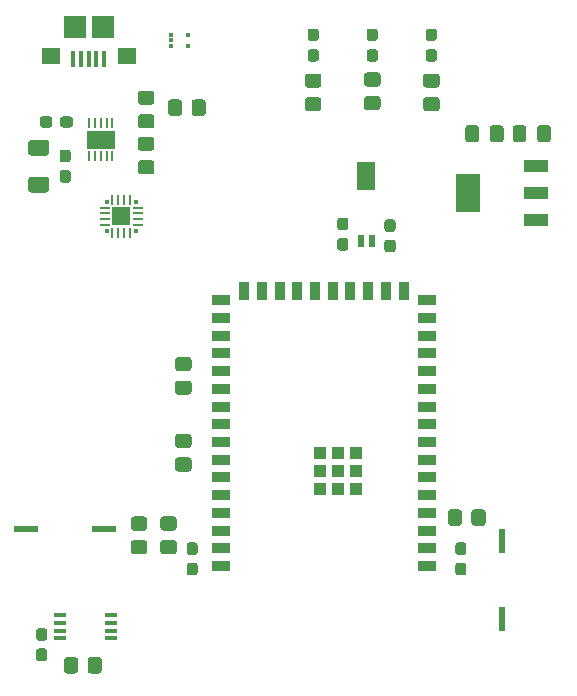
<source format=gtp>
G04 #@! TF.GenerationSoftware,KiCad,Pcbnew,(5.1.10)-1*
G04 #@! TF.CreationDate,2022-03-14T11:30:17-04:00*
G04 #@! TF.ProjectId,overhead,6f766572-6865-4616-942e-6b696361645f,rev?*
G04 #@! TF.SameCoordinates,Original*
G04 #@! TF.FileFunction,Paste,Top*
G04 #@! TF.FilePolarity,Positive*
%FSLAX46Y46*%
G04 Gerber Fmt 4.6, Leading zero omitted, Abs format (unit mm)*
G04 Created by KiCad (PCBNEW (5.1.10)-1) date 2022-03-14 11:30:17*
%MOMM*%
%LPD*%
G01*
G04 APERTURE LIST*
%ADD10R,1.900000X1.900000*%
%ADD11R,1.600000X1.400000*%
%ADD12R,0.400000X1.350000*%
%ADD13R,0.450000X0.300000*%
%ADD14R,1.500000X2.400000*%
%ADD15R,0.600000X1.100000*%
%ADD16R,1.100000X0.400000*%
%ADD17R,2.150000X3.250000*%
%ADD18R,2.150000X1.000000*%
%ADD19R,2.389200X1.601800*%
%ADD20R,0.254000X0.863600*%
%ADD21R,2.108200X0.558800*%
%ADD22R,0.558800X2.108200*%
%ADD23R,1.000000X1.000000*%
%ADD24R,0.900000X1.500000*%
%ADD25R,1.500000X0.900000*%
%ADD26R,1.501800X1.501800*%
%ADD27R,0.812800X0.254000*%
%ADD28R,0.355600X0.355600*%
%ADD29R,0.254000X0.812800*%
G04 APERTURE END LIST*
D10*
X60800000Y-51500000D03*
X63200000Y-51500000D03*
D11*
X58800000Y-53950000D03*
X65200000Y-53950000D03*
D12*
X60700000Y-54175000D03*
X61350000Y-54175000D03*
X62000000Y-54175000D03*
X62650000Y-54175000D03*
X63300000Y-54175000D03*
D13*
X70400000Y-53100000D03*
X69000000Y-52600000D03*
X70400000Y-52100000D03*
X69000000Y-53100000D03*
X69000000Y-52100000D03*
D14*
X85500000Y-64050000D03*
D15*
X85950000Y-69600000D03*
X85050000Y-69600000D03*
D16*
X63900000Y-101275000D03*
X63900000Y-101925000D03*
X63900000Y-102575000D03*
X63900000Y-103225000D03*
X59600000Y-103225000D03*
X59600000Y-102575000D03*
X59600000Y-101925000D03*
X59600000Y-101275000D03*
D17*
X94100000Y-65500000D03*
D18*
X99900000Y-63200000D03*
X99900000Y-65500000D03*
X99900000Y-67800000D03*
G36*
G01*
X61100000Y-105049999D02*
X61100000Y-105950001D01*
G75*
G02*
X60850001Y-106200000I-249999J0D01*
G01*
X60149999Y-106200000D01*
G75*
G02*
X59900000Y-105950001I0J249999D01*
G01*
X59900000Y-105049999D01*
G75*
G02*
X60149999Y-104800000I249999J0D01*
G01*
X60850001Y-104800000D01*
G75*
G02*
X61100000Y-105049999I0J-249999D01*
G01*
G37*
G36*
G01*
X63100000Y-105049999D02*
X63100000Y-105950001D01*
G75*
G02*
X62850001Y-106200000I-249999J0D01*
G01*
X62149999Y-106200000D01*
G75*
G02*
X61900000Y-105950001I0J249999D01*
G01*
X61900000Y-105049999D01*
G75*
G02*
X62149999Y-104800000I249999J0D01*
G01*
X62850001Y-104800000D01*
G75*
G02*
X63100000Y-105049999I0J-249999D01*
G01*
G37*
G36*
G01*
X57099999Y-64150000D02*
X58400001Y-64150000D01*
G75*
G02*
X58650000Y-64399999I0J-249999D01*
G01*
X58650000Y-65225001D01*
G75*
G02*
X58400001Y-65475000I-249999J0D01*
G01*
X57099999Y-65475000D01*
G75*
G02*
X56850000Y-65225001I0J249999D01*
G01*
X56850000Y-64399999D01*
G75*
G02*
X57099999Y-64150000I249999J0D01*
G01*
G37*
G36*
G01*
X57099999Y-61025000D02*
X58400001Y-61025000D01*
G75*
G02*
X58650000Y-61274999I0J-249999D01*
G01*
X58650000Y-62100001D01*
G75*
G02*
X58400001Y-62350000I-249999J0D01*
G01*
X57099999Y-62350000D01*
G75*
G02*
X56850000Y-62100001I0J249999D01*
G01*
X56850000Y-61274999D01*
G75*
G02*
X57099999Y-61025000I249999J0D01*
G01*
G37*
G36*
G01*
X99950000Y-60975000D02*
X99950000Y-60025000D01*
G75*
G02*
X100200000Y-59775000I250000J0D01*
G01*
X100875000Y-59775000D01*
G75*
G02*
X101125000Y-60025000I0J-250000D01*
G01*
X101125000Y-60975000D01*
G75*
G02*
X100875000Y-61225000I-250000J0D01*
G01*
X100200000Y-61225000D01*
G75*
G02*
X99950000Y-60975000I0J250000D01*
G01*
G37*
G36*
G01*
X97875000Y-60975000D02*
X97875000Y-60025000D01*
G75*
G02*
X98125000Y-59775000I250000J0D01*
G01*
X98800000Y-59775000D01*
G75*
G02*
X99050000Y-60025000I0J-250000D01*
G01*
X99050000Y-60975000D01*
G75*
G02*
X98800000Y-61225000I-250000J0D01*
G01*
X98125000Y-61225000D01*
G75*
G02*
X97875000Y-60975000I0J250000D01*
G01*
G37*
G36*
G01*
X95950000Y-60975000D02*
X95950000Y-60025000D01*
G75*
G02*
X96200000Y-59775000I250000J0D01*
G01*
X96875000Y-59775000D01*
G75*
G02*
X97125000Y-60025000I0J-250000D01*
G01*
X97125000Y-60975000D01*
G75*
G02*
X96875000Y-61225000I-250000J0D01*
G01*
X96200000Y-61225000D01*
G75*
G02*
X95950000Y-60975000I0J250000D01*
G01*
G37*
G36*
G01*
X93875000Y-60975000D02*
X93875000Y-60025000D01*
G75*
G02*
X94125000Y-59775000I250000J0D01*
G01*
X94800000Y-59775000D01*
G75*
G02*
X95050000Y-60025000I0J-250000D01*
G01*
X95050000Y-60975000D01*
G75*
G02*
X94800000Y-61225000I-250000J0D01*
G01*
X94125000Y-61225000D01*
G75*
G02*
X93875000Y-60975000I0J250000D01*
G01*
G37*
G36*
G01*
X57762500Y-104075000D02*
X58237500Y-104075000D01*
G75*
G02*
X58475000Y-104312500I0J-237500D01*
G01*
X58475000Y-104912500D01*
G75*
G02*
X58237500Y-105150000I-237500J0D01*
G01*
X57762500Y-105150000D01*
G75*
G02*
X57525000Y-104912500I0J237500D01*
G01*
X57525000Y-104312500D01*
G75*
G02*
X57762500Y-104075000I237500J0D01*
G01*
G37*
G36*
G01*
X57762500Y-102350000D02*
X58237500Y-102350000D01*
G75*
G02*
X58475000Y-102587500I0J-237500D01*
G01*
X58475000Y-103187500D01*
G75*
G02*
X58237500Y-103425000I-237500J0D01*
G01*
X57762500Y-103425000D01*
G75*
G02*
X57525000Y-103187500I0J237500D01*
G01*
X57525000Y-102587500D01*
G75*
G02*
X57762500Y-102350000I237500J0D01*
G01*
G37*
D19*
X63000000Y-61000000D03*
D20*
X61999999Y-59577600D03*
X62500001Y-59577600D03*
X63000000Y-59577600D03*
X63499999Y-59577600D03*
X64000001Y-59577600D03*
X64000001Y-62422400D03*
X63499999Y-62422400D03*
X63000000Y-62422400D03*
X62500001Y-62422400D03*
X61999999Y-62422400D03*
D21*
X56699300Y-94000000D03*
X63300700Y-94000000D03*
D22*
X97000000Y-94949300D03*
X97000000Y-101550700D03*
D23*
X81590000Y-90550000D03*
X83090000Y-90550000D03*
X84590000Y-90550000D03*
X81590000Y-87550000D03*
X83090000Y-87550000D03*
X84590000Y-87550000D03*
X81590000Y-89050000D03*
X84590000Y-89050000D03*
D24*
X75150000Y-73850000D03*
X76650000Y-73850000D03*
X78150000Y-73850000D03*
X79650000Y-73850000D03*
X81150000Y-73850000D03*
X82650000Y-73850000D03*
X84150000Y-73850000D03*
X85650000Y-73850000D03*
X87150000Y-73850000D03*
X88650000Y-73850000D03*
D25*
X73150000Y-74600000D03*
X73150000Y-76100000D03*
X73150000Y-77600000D03*
X73150000Y-79100000D03*
X73150000Y-80600000D03*
X73150000Y-82100000D03*
X73150000Y-83600000D03*
X73150000Y-85100000D03*
X73150000Y-86600000D03*
X73150000Y-88100000D03*
X73150000Y-89600000D03*
X73150000Y-91100000D03*
X73150000Y-92600000D03*
X73150000Y-94100000D03*
X73150000Y-95600000D03*
X73150000Y-97100000D03*
X90650000Y-74600000D03*
X90650000Y-76100000D03*
X90650000Y-77600000D03*
X90650000Y-79100000D03*
X90650000Y-80600000D03*
X90650000Y-82100000D03*
X90650000Y-83600000D03*
X90650000Y-85100000D03*
X90650000Y-86600000D03*
X90650000Y-88100000D03*
X90650000Y-89600000D03*
X90650000Y-91100000D03*
X90650000Y-92600000D03*
X90650000Y-94100000D03*
X90650000Y-95600000D03*
X90650000Y-97100000D03*
D23*
X83090000Y-89050000D03*
D26*
X64750000Y-67500000D03*
D27*
X63353000Y-68250001D03*
X63353000Y-67750000D03*
X63353000Y-67250000D03*
X63353000Y-66749999D03*
D28*
X63499050Y-66249050D03*
D29*
X63999999Y-66103000D03*
X64500000Y-66103000D03*
X65000000Y-66103000D03*
X65500001Y-66103000D03*
D28*
X66000950Y-66249050D03*
D27*
X66147000Y-66749999D03*
X66147000Y-67250000D03*
X66147000Y-67750000D03*
X66147000Y-68250001D03*
D28*
X66000950Y-68750950D03*
D29*
X65500001Y-68897000D03*
X65000000Y-68897000D03*
X64500000Y-68897000D03*
X63999999Y-68897000D03*
D28*
X63499050Y-68750950D03*
G36*
G01*
X70450001Y-87100000D02*
X69549999Y-87100000D01*
G75*
G02*
X69300000Y-86850001I0J249999D01*
G01*
X69300000Y-86149999D01*
G75*
G02*
X69549999Y-85900000I249999J0D01*
G01*
X70450001Y-85900000D01*
G75*
G02*
X70700000Y-86149999I0J-249999D01*
G01*
X70700000Y-86850001D01*
G75*
G02*
X70450001Y-87100000I-249999J0D01*
G01*
G37*
G36*
G01*
X70450001Y-89100000D02*
X69549999Y-89100000D01*
G75*
G02*
X69300000Y-88850001I0J249999D01*
G01*
X69300000Y-88149999D01*
G75*
G02*
X69549999Y-87900000I249999J0D01*
G01*
X70450001Y-87900000D01*
G75*
G02*
X70700000Y-88149999I0J-249999D01*
G01*
X70700000Y-88850001D01*
G75*
G02*
X70450001Y-89100000I-249999J0D01*
G01*
G37*
G36*
G01*
X70450001Y-80600000D02*
X69549999Y-80600000D01*
G75*
G02*
X69300000Y-80350001I0J249999D01*
G01*
X69300000Y-79649999D01*
G75*
G02*
X69549999Y-79400000I249999J0D01*
G01*
X70450001Y-79400000D01*
G75*
G02*
X70700000Y-79649999I0J-249999D01*
G01*
X70700000Y-80350001D01*
G75*
G02*
X70450001Y-80600000I-249999J0D01*
G01*
G37*
G36*
G01*
X70450001Y-82600000D02*
X69549999Y-82600000D01*
G75*
G02*
X69300000Y-82350001I0J249999D01*
G01*
X69300000Y-81649999D01*
G75*
G02*
X69549999Y-81400000I249999J0D01*
G01*
X70450001Y-81400000D01*
G75*
G02*
X70700000Y-81649999I0J-249999D01*
G01*
X70700000Y-82350001D01*
G75*
G02*
X70450001Y-82600000I-249999J0D01*
G01*
G37*
G36*
G01*
X94400000Y-93450001D02*
X94400000Y-92549999D01*
G75*
G02*
X94649999Y-92300000I249999J0D01*
G01*
X95350001Y-92300000D01*
G75*
G02*
X95600000Y-92549999I0J-249999D01*
G01*
X95600000Y-93450001D01*
G75*
G02*
X95350001Y-93700000I-249999J0D01*
G01*
X94649999Y-93700000D01*
G75*
G02*
X94400000Y-93450001I0J249999D01*
G01*
G37*
G36*
G01*
X92400000Y-93450001D02*
X92400000Y-92549999D01*
G75*
G02*
X92649999Y-92300000I249999J0D01*
G01*
X93350001Y-92300000D01*
G75*
G02*
X93600000Y-92549999I0J-249999D01*
G01*
X93600000Y-93450001D01*
G75*
G02*
X93350001Y-93700000I-249999J0D01*
G01*
X92649999Y-93700000D01*
G75*
G02*
X92400000Y-93450001I0J249999D01*
G01*
G37*
G36*
G01*
X66399999Y-62750000D02*
X67300001Y-62750000D01*
G75*
G02*
X67550000Y-62999999I0J-249999D01*
G01*
X67550000Y-63700001D01*
G75*
G02*
X67300001Y-63950000I-249999J0D01*
G01*
X66399999Y-63950000D01*
G75*
G02*
X66150000Y-63700001I0J249999D01*
G01*
X66150000Y-62999999D01*
G75*
G02*
X66399999Y-62750000I249999J0D01*
G01*
G37*
G36*
G01*
X66399999Y-60750000D02*
X67300001Y-60750000D01*
G75*
G02*
X67550000Y-60999999I0J-249999D01*
G01*
X67550000Y-61700001D01*
G75*
G02*
X67300001Y-61950000I-249999J0D01*
G01*
X66399999Y-61950000D01*
G75*
G02*
X66150000Y-61700001I0J249999D01*
G01*
X66150000Y-60999999D01*
G75*
G02*
X66399999Y-60750000I249999J0D01*
G01*
G37*
G36*
G01*
X66399999Y-58850000D02*
X67300001Y-58850000D01*
G75*
G02*
X67550000Y-59099999I0J-249999D01*
G01*
X67550000Y-59800001D01*
G75*
G02*
X67300001Y-60050000I-249999J0D01*
G01*
X66399999Y-60050000D01*
G75*
G02*
X66150000Y-59800001I0J249999D01*
G01*
X66150000Y-59099999D01*
G75*
G02*
X66399999Y-58850000I249999J0D01*
G01*
G37*
G36*
G01*
X66399999Y-56850000D02*
X67300001Y-56850000D01*
G75*
G02*
X67550000Y-57099999I0J-249999D01*
G01*
X67550000Y-57800001D01*
G75*
G02*
X67300001Y-58050000I-249999J0D01*
G01*
X66399999Y-58050000D01*
G75*
G02*
X66150000Y-57800001I0J249999D01*
G01*
X66150000Y-57099999D01*
G75*
G02*
X66399999Y-56850000I249999J0D01*
G01*
G37*
G36*
G01*
X69900000Y-57849999D02*
X69900000Y-58750001D01*
G75*
G02*
X69650001Y-59000000I-249999J0D01*
G01*
X68949999Y-59000000D01*
G75*
G02*
X68700000Y-58750001I0J249999D01*
G01*
X68700000Y-57849999D01*
G75*
G02*
X68949999Y-57600000I249999J0D01*
G01*
X69650001Y-57600000D01*
G75*
G02*
X69900000Y-57849999I0J-249999D01*
G01*
G37*
G36*
G01*
X71900000Y-57849999D02*
X71900000Y-58750001D01*
G75*
G02*
X71650001Y-59000000I-249999J0D01*
G01*
X70949999Y-59000000D01*
G75*
G02*
X70700000Y-58750001I0J249999D01*
G01*
X70700000Y-57849999D01*
G75*
G02*
X70949999Y-57600000I249999J0D01*
G01*
X71650001Y-57600000D01*
G75*
G02*
X71900000Y-57849999I0J-249999D01*
G01*
G37*
G36*
G01*
X81450001Y-56600000D02*
X80549999Y-56600000D01*
G75*
G02*
X80300000Y-56350001I0J249999D01*
G01*
X80300000Y-55649999D01*
G75*
G02*
X80549999Y-55400000I249999J0D01*
G01*
X81450001Y-55400000D01*
G75*
G02*
X81700000Y-55649999I0J-249999D01*
G01*
X81700000Y-56350001D01*
G75*
G02*
X81450001Y-56600000I-249999J0D01*
G01*
G37*
G36*
G01*
X81450001Y-58600000D02*
X80549999Y-58600000D01*
G75*
G02*
X80300000Y-58350001I0J249999D01*
G01*
X80300000Y-57649999D01*
G75*
G02*
X80549999Y-57400000I249999J0D01*
G01*
X81450001Y-57400000D01*
G75*
G02*
X81700000Y-57649999I0J-249999D01*
G01*
X81700000Y-58350001D01*
G75*
G02*
X81450001Y-58600000I-249999J0D01*
G01*
G37*
G36*
G01*
X86450001Y-56512500D02*
X85549999Y-56512500D01*
G75*
G02*
X85300000Y-56262501I0J249999D01*
G01*
X85300000Y-55562499D01*
G75*
G02*
X85549999Y-55312500I249999J0D01*
G01*
X86450001Y-55312500D01*
G75*
G02*
X86700000Y-55562499I0J-249999D01*
G01*
X86700000Y-56262501D01*
G75*
G02*
X86450001Y-56512500I-249999J0D01*
G01*
G37*
G36*
G01*
X86450001Y-58512500D02*
X85549999Y-58512500D01*
G75*
G02*
X85300000Y-58262501I0J249999D01*
G01*
X85300000Y-57562499D01*
G75*
G02*
X85549999Y-57312500I249999J0D01*
G01*
X86450001Y-57312500D01*
G75*
G02*
X86700000Y-57562499I0J-249999D01*
G01*
X86700000Y-58262501D01*
G75*
G02*
X86450001Y-58512500I-249999J0D01*
G01*
G37*
G36*
G01*
X91450001Y-56600000D02*
X90549999Y-56600000D01*
G75*
G02*
X90300000Y-56350001I0J249999D01*
G01*
X90300000Y-55649999D01*
G75*
G02*
X90549999Y-55400000I249999J0D01*
G01*
X91450001Y-55400000D01*
G75*
G02*
X91700000Y-55649999I0J-249999D01*
G01*
X91700000Y-56350001D01*
G75*
G02*
X91450001Y-56600000I-249999J0D01*
G01*
G37*
G36*
G01*
X91450001Y-58600000D02*
X90549999Y-58600000D01*
G75*
G02*
X90300000Y-58350001I0J249999D01*
G01*
X90300000Y-57649999D01*
G75*
G02*
X90549999Y-57400000I249999J0D01*
G01*
X91450001Y-57400000D01*
G75*
G02*
X91700000Y-57649999I0J-249999D01*
G01*
X91700000Y-58350001D01*
G75*
G02*
X91450001Y-58600000I-249999J0D01*
G01*
G37*
G36*
G01*
X68299999Y-94900000D02*
X69200001Y-94900000D01*
G75*
G02*
X69450000Y-95149999I0J-249999D01*
G01*
X69450000Y-95850001D01*
G75*
G02*
X69200001Y-96100000I-249999J0D01*
G01*
X68299999Y-96100000D01*
G75*
G02*
X68050000Y-95850001I0J249999D01*
G01*
X68050000Y-95149999D01*
G75*
G02*
X68299999Y-94900000I249999J0D01*
G01*
G37*
G36*
G01*
X68299999Y-92900000D02*
X69200001Y-92900000D01*
G75*
G02*
X69450000Y-93149999I0J-249999D01*
G01*
X69450000Y-93850001D01*
G75*
G02*
X69200001Y-94100000I-249999J0D01*
G01*
X68299999Y-94100000D01*
G75*
G02*
X68050000Y-93850001I0J249999D01*
G01*
X68050000Y-93149999D01*
G75*
G02*
X68299999Y-92900000I249999J0D01*
G01*
G37*
G36*
G01*
X65799999Y-94900000D02*
X66700001Y-94900000D01*
G75*
G02*
X66950000Y-95149999I0J-249999D01*
G01*
X66950000Y-95850001D01*
G75*
G02*
X66700001Y-96100000I-249999J0D01*
G01*
X65799999Y-96100000D01*
G75*
G02*
X65550000Y-95850001I0J249999D01*
G01*
X65550000Y-95149999D01*
G75*
G02*
X65799999Y-94900000I249999J0D01*
G01*
G37*
G36*
G01*
X65799999Y-92900000D02*
X66700001Y-92900000D01*
G75*
G02*
X66950000Y-93149999I0J-249999D01*
G01*
X66950000Y-93850001D01*
G75*
G02*
X66700001Y-94100000I-249999J0D01*
G01*
X65799999Y-94100000D01*
G75*
G02*
X65550000Y-93850001I0J249999D01*
G01*
X65550000Y-93149999D01*
G75*
G02*
X65799999Y-92900000I249999J0D01*
G01*
G37*
G36*
G01*
X80762500Y-53350000D02*
X81237500Y-53350000D01*
G75*
G02*
X81475000Y-53587500I0J-237500D01*
G01*
X81475000Y-54162500D01*
G75*
G02*
X81237500Y-54400000I-237500J0D01*
G01*
X80762500Y-54400000D01*
G75*
G02*
X80525000Y-54162500I0J237500D01*
G01*
X80525000Y-53587500D01*
G75*
G02*
X80762500Y-53350000I237500J0D01*
G01*
G37*
G36*
G01*
X80762500Y-51600000D02*
X81237500Y-51600000D01*
G75*
G02*
X81475000Y-51837500I0J-237500D01*
G01*
X81475000Y-52412500D01*
G75*
G02*
X81237500Y-52650000I-237500J0D01*
G01*
X80762500Y-52650000D01*
G75*
G02*
X80525000Y-52412500I0J237500D01*
G01*
X80525000Y-51837500D01*
G75*
G02*
X80762500Y-51600000I237500J0D01*
G01*
G37*
G36*
G01*
X85762500Y-53350000D02*
X86237500Y-53350000D01*
G75*
G02*
X86475000Y-53587500I0J-237500D01*
G01*
X86475000Y-54162500D01*
G75*
G02*
X86237500Y-54400000I-237500J0D01*
G01*
X85762500Y-54400000D01*
G75*
G02*
X85525000Y-54162500I0J237500D01*
G01*
X85525000Y-53587500D01*
G75*
G02*
X85762500Y-53350000I237500J0D01*
G01*
G37*
G36*
G01*
X85762500Y-51600000D02*
X86237500Y-51600000D01*
G75*
G02*
X86475000Y-51837500I0J-237500D01*
G01*
X86475000Y-52412500D01*
G75*
G02*
X86237500Y-52650000I-237500J0D01*
G01*
X85762500Y-52650000D01*
G75*
G02*
X85525000Y-52412500I0J237500D01*
G01*
X85525000Y-51837500D01*
G75*
G02*
X85762500Y-51600000I237500J0D01*
G01*
G37*
G36*
G01*
X90762500Y-53350000D02*
X91237500Y-53350000D01*
G75*
G02*
X91475000Y-53587500I0J-237500D01*
G01*
X91475000Y-54162500D01*
G75*
G02*
X91237500Y-54400000I-237500J0D01*
G01*
X90762500Y-54400000D01*
G75*
G02*
X90525000Y-54162500I0J237500D01*
G01*
X90525000Y-53587500D01*
G75*
G02*
X90762500Y-53350000I237500J0D01*
G01*
G37*
G36*
G01*
X90762500Y-51600000D02*
X91237500Y-51600000D01*
G75*
G02*
X91475000Y-51837500I0J-237500D01*
G01*
X91475000Y-52412500D01*
G75*
G02*
X91237500Y-52650000I-237500J0D01*
G01*
X90762500Y-52650000D01*
G75*
G02*
X90525000Y-52412500I0J237500D01*
G01*
X90525000Y-51837500D01*
G75*
G02*
X90762500Y-51600000I237500J0D01*
G01*
G37*
G36*
G01*
X59762500Y-63575000D02*
X60237500Y-63575000D01*
G75*
G02*
X60475000Y-63812500I0J-237500D01*
G01*
X60475000Y-64412500D01*
G75*
G02*
X60237500Y-64650000I-237500J0D01*
G01*
X59762500Y-64650000D01*
G75*
G02*
X59525000Y-64412500I0J237500D01*
G01*
X59525000Y-63812500D01*
G75*
G02*
X59762500Y-63575000I237500J0D01*
G01*
G37*
G36*
G01*
X59762500Y-61850000D02*
X60237500Y-61850000D01*
G75*
G02*
X60475000Y-62087500I0J-237500D01*
G01*
X60475000Y-62687500D01*
G75*
G02*
X60237500Y-62925000I-237500J0D01*
G01*
X59762500Y-62925000D01*
G75*
G02*
X59525000Y-62687500I0J237500D01*
G01*
X59525000Y-62087500D01*
G75*
G02*
X59762500Y-61850000I237500J0D01*
G01*
G37*
G36*
G01*
X58925000Y-59262500D02*
X58925000Y-59737500D01*
G75*
G02*
X58687500Y-59975000I-237500J0D01*
G01*
X58087500Y-59975000D01*
G75*
G02*
X57850000Y-59737500I0J237500D01*
G01*
X57850000Y-59262500D01*
G75*
G02*
X58087500Y-59025000I237500J0D01*
G01*
X58687500Y-59025000D01*
G75*
G02*
X58925000Y-59262500I0J-237500D01*
G01*
G37*
G36*
G01*
X60650000Y-59262500D02*
X60650000Y-59737500D01*
G75*
G02*
X60412500Y-59975000I-237500J0D01*
G01*
X59812500Y-59975000D01*
G75*
G02*
X59575000Y-59737500I0J237500D01*
G01*
X59575000Y-59262500D01*
G75*
G02*
X59812500Y-59025000I237500J0D01*
G01*
X60412500Y-59025000D01*
G75*
G02*
X60650000Y-59262500I0J-237500D01*
G01*
G37*
G36*
G01*
X93737500Y-96175000D02*
X93262500Y-96175000D01*
G75*
G02*
X93025000Y-95937500I0J237500D01*
G01*
X93025000Y-95337500D01*
G75*
G02*
X93262500Y-95100000I237500J0D01*
G01*
X93737500Y-95100000D01*
G75*
G02*
X93975000Y-95337500I0J-237500D01*
G01*
X93975000Y-95937500D01*
G75*
G02*
X93737500Y-96175000I-237500J0D01*
G01*
G37*
G36*
G01*
X93737500Y-97900000D02*
X93262500Y-97900000D01*
G75*
G02*
X93025000Y-97662500I0J237500D01*
G01*
X93025000Y-97062500D01*
G75*
G02*
X93262500Y-96825000I237500J0D01*
G01*
X93737500Y-96825000D01*
G75*
G02*
X93975000Y-97062500I0J-237500D01*
G01*
X93975000Y-97662500D01*
G75*
G02*
X93737500Y-97900000I-237500J0D01*
G01*
G37*
G36*
G01*
X70512500Y-96825000D02*
X70987500Y-96825000D01*
G75*
G02*
X71225000Y-97062500I0J-237500D01*
G01*
X71225000Y-97662500D01*
G75*
G02*
X70987500Y-97900000I-237500J0D01*
G01*
X70512500Y-97900000D01*
G75*
G02*
X70275000Y-97662500I0J237500D01*
G01*
X70275000Y-97062500D01*
G75*
G02*
X70512500Y-96825000I237500J0D01*
G01*
G37*
G36*
G01*
X70512500Y-95100000D02*
X70987500Y-95100000D01*
G75*
G02*
X71225000Y-95337500I0J-237500D01*
G01*
X71225000Y-95937500D01*
G75*
G02*
X70987500Y-96175000I-237500J0D01*
G01*
X70512500Y-96175000D01*
G75*
G02*
X70275000Y-95937500I0J237500D01*
G01*
X70275000Y-95337500D01*
G75*
G02*
X70512500Y-95100000I237500J0D01*
G01*
G37*
G36*
G01*
X83737500Y-68675000D02*
X83262500Y-68675000D01*
G75*
G02*
X83025000Y-68437500I0J237500D01*
G01*
X83025000Y-67837500D01*
G75*
G02*
X83262500Y-67600000I237500J0D01*
G01*
X83737500Y-67600000D01*
G75*
G02*
X83975000Y-67837500I0J-237500D01*
G01*
X83975000Y-68437500D01*
G75*
G02*
X83737500Y-68675000I-237500J0D01*
G01*
G37*
G36*
G01*
X83737500Y-70400000D02*
X83262500Y-70400000D01*
G75*
G02*
X83025000Y-70162500I0J237500D01*
G01*
X83025000Y-69562500D01*
G75*
G02*
X83262500Y-69325000I237500J0D01*
G01*
X83737500Y-69325000D01*
G75*
G02*
X83975000Y-69562500I0J-237500D01*
G01*
X83975000Y-70162500D01*
G75*
G02*
X83737500Y-70400000I-237500J0D01*
G01*
G37*
G36*
G01*
X87737500Y-68812500D02*
X87262500Y-68812500D01*
G75*
G02*
X87025000Y-68575000I0J237500D01*
G01*
X87025000Y-67975000D01*
G75*
G02*
X87262500Y-67737500I237500J0D01*
G01*
X87737500Y-67737500D01*
G75*
G02*
X87975000Y-67975000I0J-237500D01*
G01*
X87975000Y-68575000D01*
G75*
G02*
X87737500Y-68812500I-237500J0D01*
G01*
G37*
G36*
G01*
X87737500Y-70537500D02*
X87262500Y-70537500D01*
G75*
G02*
X87025000Y-70300000I0J237500D01*
G01*
X87025000Y-69700000D01*
G75*
G02*
X87262500Y-69462500I237500J0D01*
G01*
X87737500Y-69462500D01*
G75*
G02*
X87975000Y-69700000I0J-237500D01*
G01*
X87975000Y-70300000D01*
G75*
G02*
X87737500Y-70537500I-237500J0D01*
G01*
G37*
M02*

</source>
